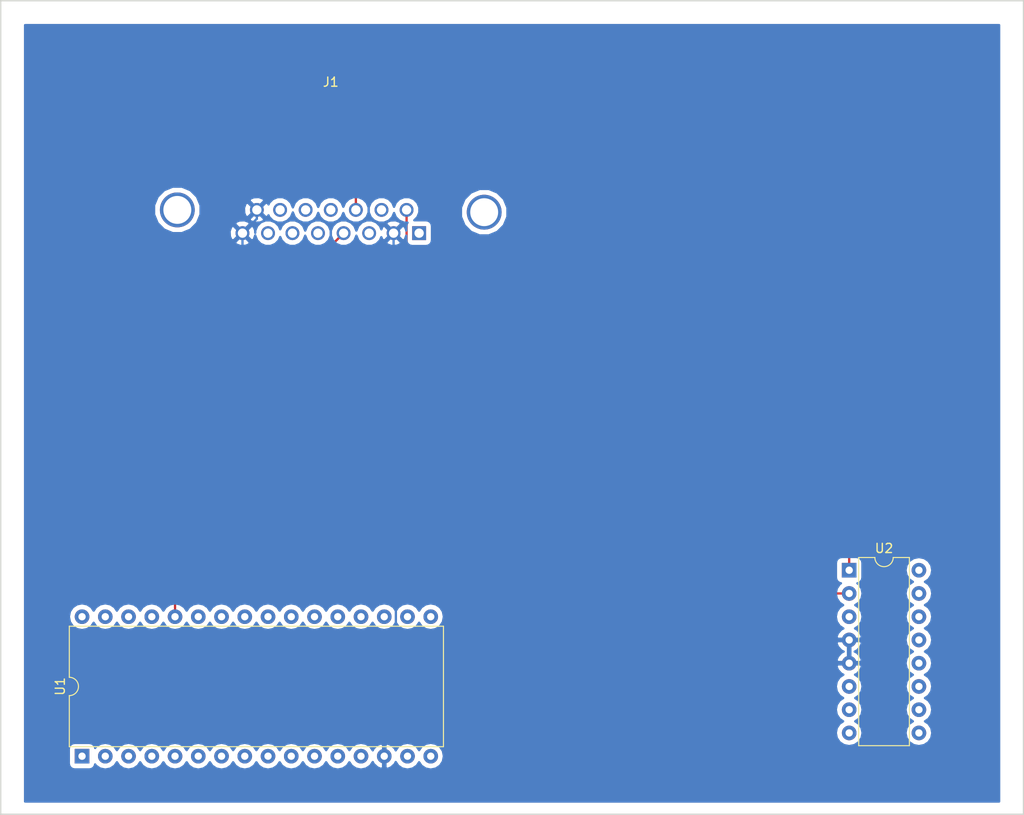
<source format=kicad_pcb>
(kicad_pcb (version 4) (host pcbnew 4.0.6)

  (general
    (links 17)
    (no_connects 0)
    (area 0 0 0 0)
    (thickness 1.6)
    (drawings 4)
    (tracks 62)
    (zones 0)
    (modules 3)
    (nets 45)
  )

  (page A4)
  (title_block
    (title "IoT ESP8266 WiFi Motor Control")
  )

  (layers
    (0 F.Cu signal)
    (1 In1.Cu signal)
    (2 In2.Cu signal)
    (3 In3.Cu signal)
    (4 In4.Cu signal)
    (31 B.Cu signal)
    (32 B.Adhes user)
    (33 F.Adhes user)
    (34 B.Paste user)
    (35 F.Paste user)
    (36 B.SilkS user)
    (37 F.SilkS user)
    (38 B.Mask user)
    (39 F.Mask user)
    (40 Dwgs.User user)
    (41 Cmts.User user)
    (42 Eco1.User user)
    (43 Eco2.User user)
    (44 Edge.Cuts user)
    (45 Margin user)
    (46 B.CrtYd user)
    (47 F.CrtYd user)
    (48 B.Fab user)
    (49 F.Fab user)
  )

  (setup
    (last_trace_width 0.25)
    (trace_clearance 0.25)
    (zone_clearance 0.508)
    (zone_45_only yes)
    (trace_min 0.25)
    (segment_width 0.2)
    (edge_width 0.15)
    (via_size 0.6)
    (via_drill 0.4)
    (via_min_size 0.4)
    (via_min_drill 0.3)
    (uvia_size 0.3)
    (uvia_drill 0.1)
    (uvias_allowed no)
    (uvia_min_size 0.2)
    (uvia_min_drill 0.1)
    (pcb_text_width 0.3)
    (pcb_text_size 1.5 1.5)
    (mod_edge_width 0.15)
    (mod_text_size 1 1)
    (mod_text_width 0.15)
    (pad_size 1.524 1.524)
    (pad_drill 0.762)
    (pad_to_mask_clearance 0.2)
    (aux_axis_origin 0 0)
    (visible_elements FFFFFF7F)
    (pcbplotparams
      (layerselection 0x00030_80000001)
      (usegerberextensions false)
      (excludeedgelayer true)
      (linewidth 0.100000)
      (plotframeref false)
      (viasonmask false)
      (mode 1)
      (useauxorigin false)
      (hpglpennumber 1)
      (hpglpenspeed 20)
      (hpglpendiameter 15)
      (hpglpenoverlay 2)
      (psnegative false)
      (psa4output false)
      (plotreference true)
      (plotvalue true)
      (plotinvisibletext false)
      (padsonsilk false)
      (subtractmaskfromsilk false)
      (outputformat 1)
      (mirror false)
      (drillshape 1)
      (scaleselection 1)
      (outputdirectory ""))
  )

  (net 0 "")
  (net 1 "Net-(J1-Pad11)")
  (net 2 "Net-(U2-Pad9)")
  (net 3 "Net-(J1-Pad9)")
  (net 4 "Net-(U2-Pad10)")
  (net 5 "Net-(J1-Pad12)")
  (net 6 "Net-(U2-Pad11)")
  (net 7 GND)
  (net 8 "Net-(U2-Pad12)")
  (net 9 "Net-(U2-Pad13)")
  (net 10 "Net-(J1-Pad13)")
  (net 11 "Net-(U2-Pad14)")
  (net 12 "Net-(J1-Pad10)")
  (net 13 "Net-(U2-Pad15)")
  (net 14 +6V)
  (net 15 VCC)
  (net 16 "Net-(J1-Pad6)")
  (net 17 "Net-(J1-Pad5)")
  (net 18 "Net-(J1-Pad4)")
  (net 19 "Net-(J1-Pad3)")
  (net 20 +5V)
  (net 21 "Net-(U1-Pad1)")
  (net 22 "Net-(U1-Pad17)")
  (net 23 "Net-(U1-Pad2)")
  (net 24 "Net-(U1-Pad18)")
  (net 25 "Net-(U1-Pad3)")
  (net 26 "Net-(U1-Pad19)")
  (net 27 "Net-(U1-Pad4)")
  (net 28 "Net-(U1-Pad20)")
  (net 29 "Net-(U1-Pad5)")
  (net 30 "Net-(U1-Pad21)")
  (net 31 "Net-(U1-Pad6)")
  (net 32 "Net-(U1-Pad22)")
  (net 33 "Net-(U1-Pad7)")
  (net 34 "Net-(U1-Pad8)")
  (net 35 "Net-(U1-Pad24)")
  (net 36 "Net-(U1-Pad9)")
  (net 37 "Net-(U1-Pad10)")
  (net 38 "Net-(U1-Pad26)")
  (net 39 "Net-(U1-Pad11)")
  (net 40 "Net-(U1-Pad12)")
  (net 41 "Net-(U1-Pad13)")
  (net 42 "Net-(U1-Pad29)")
  (net 43 "Net-(U1-Pad30)")
  (net 44 "Net-(U1-Pad16)")

  (net_class Default "This is the default net class."
    (clearance 0.25)
    (trace_width 0.25)
    (via_dia 0.6)
    (via_drill 0.4)
    (uvia_dia 0.3)
    (uvia_drill 0.1)
    (add_net +5V)
    (add_net +6V)
    (add_net GND)
    (add_net "Net-(J1-Pad10)")
    (add_net "Net-(J1-Pad11)")
    (add_net "Net-(J1-Pad12)")
    (add_net "Net-(J1-Pad13)")
    (add_net "Net-(J1-Pad3)")
    (add_net "Net-(J1-Pad4)")
    (add_net "Net-(J1-Pad5)")
    (add_net "Net-(J1-Pad6)")
    (add_net "Net-(J1-Pad9)")
    (add_net "Net-(U1-Pad1)")
    (add_net "Net-(U1-Pad10)")
    (add_net "Net-(U1-Pad11)")
    (add_net "Net-(U1-Pad12)")
    (add_net "Net-(U1-Pad13)")
    (add_net "Net-(U1-Pad16)")
    (add_net "Net-(U1-Pad17)")
    (add_net "Net-(U1-Pad18)")
    (add_net "Net-(U1-Pad19)")
    (add_net "Net-(U1-Pad2)")
    (add_net "Net-(U1-Pad20)")
    (add_net "Net-(U1-Pad21)")
    (add_net "Net-(U1-Pad22)")
    (add_net "Net-(U1-Pad24)")
    (add_net "Net-(U1-Pad26)")
    (add_net "Net-(U1-Pad29)")
    (add_net "Net-(U1-Pad3)")
    (add_net "Net-(U1-Pad30)")
    (add_net "Net-(U1-Pad4)")
    (add_net "Net-(U1-Pad5)")
    (add_net "Net-(U1-Pad6)")
    (add_net "Net-(U1-Pad7)")
    (add_net "Net-(U1-Pad8)")
    (add_net "Net-(U1-Pad9)")
    (add_net "Net-(U2-Pad10)")
    (add_net "Net-(U2-Pad11)")
    (add_net "Net-(U2-Pad12)")
    (add_net "Net-(U2-Pad13)")
    (add_net "Net-(U2-Pad14)")
    (add_net "Net-(U2-Pad15)")
    (add_net "Net-(U2-Pad9)")
    (add_net VCC)
  )

  (module Connectors:DB15MC (layer F.Cu) (tedit 0) (tstamp 598793E6)
    (at 140.97 86.36)
    (descr "Connecteur DB15 MALE couche")
    (tags "CONN DB15")
    (path /5980F742)
    (fp_text reference J1 (at -9.65 -16.51) (layer F.SilkS)
      (effects (font (size 1 1) (thickness 0.15)))
    )
    (fp_text value Connector (at -9.65 -7.62) (layer F.Fab)
      (effects (font (size 1 1) (thickness 0.15)))
    )
    (fp_line (start 10.16 -12.7) (end -29.46 -12.7) (layer F.Fab) (width 0.1))
    (fp_line (start 10.16 -13.97) (end -29.46 -13.97) (layer F.Fab) (width 0.1))
    (fp_line (start 3.81 -9.53) (end -23.11 -9.53) (layer F.Fab) (width 0.1))
    (fp_line (start -23.11 -19.68) (end 3.81 -19.68) (layer F.Fab) (width 0.1))
    (fp_line (start 3.81 -13.97) (end 3.81 -19.68) (layer F.Fab) (width 0.1))
    (fp_line (start 3.81 -9.53) (end 3.81 -12.7) (layer F.Fab) (width 0.1))
    (fp_line (start 4.45 -7.62) (end 4.45 -12.7) (layer F.Fab) (width 0.1))
    (fp_line (start 2.79 -7.62) (end 10.16 -7.62) (layer F.Fab) (width 0.1))
    (fp_line (start 2.79 1.27) (end 2.79 -7.62) (layer F.Fab) (width 0.1))
    (fp_line (start 10.16 1.27) (end 2.79 1.27) (layer F.Fab) (width 0.1))
    (fp_line (start 10.16 1.27) (end 10.16 -13.97) (layer F.Fab) (width 0.1))
    (fp_line (start -23.75 -12.7) (end -23.75 -7.62) (layer F.Fab) (width 0.1))
    (fp_line (start -21.84 -7.62) (end -21.84 1.27) (layer F.Fab) (width 0.1))
    (fp_line (start -29.46 1.27) (end -29.46 -12.7) (layer F.Fab) (width 0.1))
    (fp_line (start -29.46 -7.62) (end -21.84 -7.62) (layer F.Fab) (width 0.1))
    (fp_line (start -23.11 -9.53) (end -23.11 -12.7) (layer F.Fab) (width 0.1))
    (fp_line (start -23.11 -19.68) (end -23.11 -13.97) (layer F.Fab) (width 0.1))
    (fp_line (start -29.46 -13.97) (end -29.46 -12.7) (layer F.Fab) (width 0.1))
    (fp_line (start -29.46 1.27) (end -21.84 1.27) (layer F.Fab) (width 0.1))
    (fp_line (start -29.71 -19.93) (end 10.41 -19.93) (layer F.CrtYd) (width 0.05))
    (fp_line (start -29.71 -19.93) (end -29.71 1.52) (layer F.CrtYd) (width 0.05))
    (fp_line (start 10.41 1.52) (end 10.41 -19.93) (layer F.CrtYd) (width 0.05))
    (fp_line (start 10.41 1.52) (end -29.71 1.52) (layer F.CrtYd) (width 0.05))
    (pad "" thru_hole circle (at 7.11 -2.29) (size 3.81 3.81) (drill 3.05) (layers *.Cu *.Mask))
    (pad "" thru_hole circle (at -26.42 -2.54) (size 3.81 3.81) (drill 3.05) (layers *.Cu *.Mask))
    (pad 8 thru_hole circle (at -19.3 0) (size 1.52 1.52) (drill 1.02) (layers *.Cu *.Mask)
      (net 7 GND))
    (pad 7 thru_hole circle (at -16.51 0) (size 1.52 1.52) (drill 1.02) (layers *.Cu *.Mask)
      (net 15 VCC))
    (pad 6 thru_hole circle (at -13.84 0) (size 1.52 1.52) (drill 1.02) (layers *.Cu *.Mask)
      (net 16 "Net-(J1-Pad6)"))
    (pad 5 thru_hole circle (at -11.05 0) (size 1.52 1.52) (drill 1.02) (layers *.Cu *.Mask)
      (net 17 "Net-(J1-Pad5)"))
    (pad 4 thru_hole circle (at -8.25 0) (size 1.52 1.52) (drill 1.02) (layers *.Cu *.Mask)
      (net 18 "Net-(J1-Pad4)"))
    (pad 3 thru_hole circle (at -5.46 0) (size 1.52 1.52) (drill 1.02) (layers *.Cu *.Mask)
      (net 19 "Net-(J1-Pad3)"))
    (pad 2 thru_hole circle (at -2.79 0) (size 1.52 1.52) (drill 1.02) (layers *.Cu *.Mask)
      (net 7 GND))
    (pad 1 thru_hole rect (at 0 0) (size 1.52 1.52) (drill 1.02) (layers *.Cu *.Mask)
      (net 20 +5V))
    (pad 15 thru_hole circle (at -17.73 -2.54) (size 1.52 1.52) (drill 1.02) (layers *.Cu *.Mask)
      (net 7 GND))
    (pad 14 thru_hole circle (at -15.19 -2.54) (size 1.52 1.52) (drill 1.02) (layers *.Cu *.Mask)
      (net 14 +6V))
    (pad 13 thru_hole circle (at -12.4 -2.54) (size 1.52 1.52) (drill 1.02) (layers *.Cu *.Mask)
      (net 10 "Net-(J1-Pad13)"))
    (pad 12 thru_hole circle (at -9.65 -2.54) (size 1.52 1.52) (drill 1.02) (layers *.Cu *.Mask)
      (net 5 "Net-(J1-Pad12)"))
    (pad 11 thru_hole circle (at -6.91 -2.54) (size 1.52 1.52) (drill 1.02) (layers *.Cu *.Mask)
      (net 1 "Net-(J1-Pad11)"))
    (pad 10 thru_hole circle (at -4.11 -2.54) (size 1.52 1.52) (drill 1.02) (layers *.Cu *.Mask)
      (net 12 "Net-(J1-Pad10)"))
    (pad 9 thru_hole circle (at -1.37 -2.54) (size 1.52 1.52) (drill 1.02) (layers *.Cu *.Mask)
      (net 3 "Net-(J1-Pad9)"))
    (model ${KISYS3DMOD}/Connectors.3dshapes/DB15MC.wrl
      (at (xyz -0.38 0.05 0))
      (scale (xyz 1 1 1))
      (rotate (xyz 0 0 0))
    )
  )

  (module Housings_DIP:DIP-16_W7.62mm (layer F.Cu) (tedit 58CC8E2D) (tstamp 59879375)
    (at 187.96 123.19)
    (descr "16-lead dip package, row spacing 7.62 mm (300 mils)")
    (tags "DIL DIP PDIP 2.54mm 7.62mm 300mil")
    (path /5980EC10)
    (fp_text reference U2 (at 3.81 -2.39) (layer F.SilkS)
      (effects (font (size 1 1) (thickness 0.15)))
    )
    (fp_text value L293D (at 3.81 20.17) (layer F.Fab)
      (effects (font (size 1 1) (thickness 0.15)))
    )
    (fp_text user %R (at 3.81 8.89) (layer F.Fab)
      (effects (font (size 1 1) (thickness 0.15)))
    )
    (fp_line (start 1.635 -1.27) (end 6.985 -1.27) (layer F.Fab) (width 0.1))
    (fp_line (start 6.985 -1.27) (end 6.985 19.05) (layer F.Fab) (width 0.1))
    (fp_line (start 6.985 19.05) (end 0.635 19.05) (layer F.Fab) (width 0.1))
    (fp_line (start 0.635 19.05) (end 0.635 -0.27) (layer F.Fab) (width 0.1))
    (fp_line (start 0.635 -0.27) (end 1.635 -1.27) (layer F.Fab) (width 0.1))
    (fp_line (start 2.81 -1.39) (end 1.04 -1.39) (layer F.SilkS) (width 0.12))
    (fp_line (start 1.04 -1.39) (end 1.04 19.17) (layer F.SilkS) (width 0.12))
    (fp_line (start 1.04 19.17) (end 6.58 19.17) (layer F.SilkS) (width 0.12))
    (fp_line (start 6.58 19.17) (end 6.58 -1.39) (layer F.SilkS) (width 0.12))
    (fp_line (start 6.58 -1.39) (end 4.81 -1.39) (layer F.SilkS) (width 0.12))
    (fp_line (start -1.1 -1.6) (end -1.1 19.3) (layer F.CrtYd) (width 0.05))
    (fp_line (start -1.1 19.3) (end 8.7 19.3) (layer F.CrtYd) (width 0.05))
    (fp_line (start 8.7 19.3) (end 8.7 -1.6) (layer F.CrtYd) (width 0.05))
    (fp_line (start 8.7 -1.6) (end -1.1 -1.6) (layer F.CrtYd) (width 0.05))
    (fp_arc (start 3.81 -1.39) (end 2.81 -1.39) (angle -180) (layer F.SilkS) (width 0.12))
    (pad 1 thru_hole rect (at 0 0) (size 1.6 1.6) (drill 0.8) (layers *.Cu *.Mask)
      (net 1 "Net-(J1-Pad11)"))
    (pad 9 thru_hole oval (at 7.62 17.78) (size 1.6 1.6) (drill 0.8) (layers *.Cu *.Mask)
      (net 2 "Net-(U2-Pad9)"))
    (pad 2 thru_hole oval (at 0 2.54) (size 1.6 1.6) (drill 0.8) (layers *.Cu *.Mask)
      (net 3 "Net-(J1-Pad9)"))
    (pad 10 thru_hole oval (at 7.62 15.24) (size 1.6 1.6) (drill 0.8) (layers *.Cu *.Mask)
      (net 4 "Net-(U2-Pad10)"))
    (pad 3 thru_hole oval (at 0 5.08) (size 1.6 1.6) (drill 0.8) (layers *.Cu *.Mask)
      (net 5 "Net-(J1-Pad12)"))
    (pad 11 thru_hole oval (at 7.62 12.7) (size 1.6 1.6) (drill 0.8) (layers *.Cu *.Mask)
      (net 6 "Net-(U2-Pad11)"))
    (pad 4 thru_hole oval (at 0 7.62) (size 1.6 1.6) (drill 0.8) (layers *.Cu *.Mask)
      (net 7 GND))
    (pad 12 thru_hole oval (at 7.62 10.16) (size 1.6 1.6) (drill 0.8) (layers *.Cu *.Mask)
      (net 8 "Net-(U2-Pad12)"))
    (pad 5 thru_hole oval (at 0 10.16) (size 1.6 1.6) (drill 0.8) (layers *.Cu *.Mask)
      (net 7 GND))
    (pad 13 thru_hole oval (at 7.62 7.62) (size 1.6 1.6) (drill 0.8) (layers *.Cu *.Mask)
      (net 9 "Net-(U2-Pad13)"))
    (pad 6 thru_hole oval (at 0 12.7) (size 1.6 1.6) (drill 0.8) (layers *.Cu *.Mask)
      (net 10 "Net-(J1-Pad13)"))
    (pad 14 thru_hole oval (at 7.62 5.08) (size 1.6 1.6) (drill 0.8) (layers *.Cu *.Mask)
      (net 11 "Net-(U2-Pad14)"))
    (pad 7 thru_hole oval (at 0 15.24) (size 1.6 1.6) (drill 0.8) (layers *.Cu *.Mask)
      (net 12 "Net-(J1-Pad10)"))
    (pad 15 thru_hole oval (at 7.62 2.54) (size 1.6 1.6) (drill 0.8) (layers *.Cu *.Mask)
      (net 13 "Net-(U2-Pad15)"))
    (pad 8 thru_hole oval (at 0 17.78) (size 1.6 1.6) (drill 0.8) (layers *.Cu *.Mask)
      (net 14 +6V))
    (pad 16 thru_hole oval (at 7.62 0) (size 1.6 1.6) (drill 0.8) (layers *.Cu *.Mask)
      (net 15 VCC))
    (model ${KISYS3DMOD}/Housings_DIP.3dshapes/DIP-16_W7.62mm.wrl
      (at (xyz 0 0 0))
      (scale (xyz 1 1 1))
      (rotate (xyz 0 0 0))
    )
  )

  (module Housings_DIP:DIP-32_W15.24mm (layer F.Cu) (tedit 58CC8E2F) (tstamp 5987940A)
    (at 104.14 143.51 90)
    (descr "32-lead dip package, row spacing 15.24 mm (600 mils)")
    (tags "DIL DIP PDIP 2.54mm 15.24mm 600mil")
    (path /5980F3C7)
    (fp_text reference U1 (at 7.62 -2.39 90) (layer F.SilkS)
      (effects (font (size 1 1) (thickness 0.15)))
    )
    (fp_text value NodeMCU (at 7.62 40.49 90) (layer F.Fab)
      (effects (font (size 1 1) (thickness 0.15)))
    )
    (fp_text user %R (at 7.62 19.05 90) (layer F.Fab)
      (effects (font (size 1 1) (thickness 0.15)))
    )
    (fp_line (start 1.255 -1.27) (end 14.985 -1.27) (layer F.Fab) (width 0.1))
    (fp_line (start 14.985 -1.27) (end 14.985 39.37) (layer F.Fab) (width 0.1))
    (fp_line (start 14.985 39.37) (end 0.255 39.37) (layer F.Fab) (width 0.1))
    (fp_line (start 0.255 39.37) (end 0.255 -0.27) (layer F.Fab) (width 0.1))
    (fp_line (start 0.255 -0.27) (end 1.255 -1.27) (layer F.Fab) (width 0.1))
    (fp_line (start 6.62 -1.39) (end 1.04 -1.39) (layer F.SilkS) (width 0.12))
    (fp_line (start 1.04 -1.39) (end 1.04 39.49) (layer F.SilkS) (width 0.12))
    (fp_line (start 1.04 39.49) (end 14.2 39.49) (layer F.SilkS) (width 0.12))
    (fp_line (start 14.2 39.49) (end 14.2 -1.39) (layer F.SilkS) (width 0.12))
    (fp_line (start 14.2 -1.39) (end 8.62 -1.39) (layer F.SilkS) (width 0.12))
    (fp_line (start -1.1 -1.6) (end -1.1 39.7) (layer F.CrtYd) (width 0.05))
    (fp_line (start -1.1 39.7) (end 16.3 39.7) (layer F.CrtYd) (width 0.05))
    (fp_line (start 16.3 39.7) (end 16.3 -1.6) (layer F.CrtYd) (width 0.05))
    (fp_line (start 16.3 -1.6) (end -1.1 -1.6) (layer F.CrtYd) (width 0.05))
    (fp_arc (start 7.62 -1.39) (end 6.62 -1.39) (angle -180) (layer F.SilkS) (width 0.12))
    (pad 1 thru_hole rect (at 0 0 90) (size 1.6 1.6) (drill 0.8) (layers *.Cu *.Mask)
      (net 21 "Net-(U1-Pad1)"))
    (pad 17 thru_hole oval (at 15.24 38.1 90) (size 1.6 1.6) (drill 0.8) (layers *.Cu *.Mask)
      (net 22 "Net-(U1-Pad17)"))
    (pad 2 thru_hole oval (at 0 2.54 90) (size 1.6 1.6) (drill 0.8) (layers *.Cu *.Mask)
      (net 23 "Net-(U1-Pad2)"))
    (pad 18 thru_hole oval (at 15.24 35.56 90) (size 1.6 1.6) (drill 0.8) (layers *.Cu *.Mask)
      (net 24 "Net-(U1-Pad18)"))
    (pad 3 thru_hole oval (at 0 5.08 90) (size 1.6 1.6) (drill 0.8) (layers *.Cu *.Mask)
      (net 25 "Net-(U1-Pad3)"))
    (pad 19 thru_hole oval (at 15.24 33.02 90) (size 1.6 1.6) (drill 0.8) (layers *.Cu *.Mask)
      (net 26 "Net-(U1-Pad19)"))
    (pad 4 thru_hole oval (at 0 7.62 90) (size 1.6 1.6) (drill 0.8) (layers *.Cu *.Mask)
      (net 27 "Net-(U1-Pad4)"))
    (pad 20 thru_hole oval (at 15.24 30.48 90) (size 1.6 1.6) (drill 0.8) (layers *.Cu *.Mask)
      (net 28 "Net-(U1-Pad20)"))
    (pad 5 thru_hole oval (at 0 10.16 90) (size 1.6 1.6) (drill 0.8) (layers *.Cu *.Mask)
      (net 29 "Net-(U1-Pad5)"))
    (pad 21 thru_hole oval (at 15.24 27.94 90) (size 1.6 1.6) (drill 0.8) (layers *.Cu *.Mask)
      (net 30 "Net-(U1-Pad21)"))
    (pad 6 thru_hole oval (at 0 12.7 90) (size 1.6 1.6) (drill 0.8) (layers *.Cu *.Mask)
      (net 31 "Net-(U1-Pad6)"))
    (pad 22 thru_hole oval (at 15.24 25.4 90) (size 1.6 1.6) (drill 0.8) (layers *.Cu *.Mask)
      (net 32 "Net-(U1-Pad22)"))
    (pad 7 thru_hole oval (at 0 15.24 90) (size 1.6 1.6) (drill 0.8) (layers *.Cu *.Mask)
      (net 33 "Net-(U1-Pad7)"))
    (pad 23 thru_hole oval (at 15.24 22.86 90) (size 1.6 1.6) (drill 0.8) (layers *.Cu *.Mask)
      (net 16 "Net-(J1-Pad6)"))
    (pad 8 thru_hole oval (at 0 17.78 90) (size 1.6 1.6) (drill 0.8) (layers *.Cu *.Mask)
      (net 34 "Net-(U1-Pad8)"))
    (pad 24 thru_hole oval (at 15.24 20.32 90) (size 1.6 1.6) (drill 0.8) (layers *.Cu *.Mask)
      (net 35 "Net-(U1-Pad24)"))
    (pad 9 thru_hole oval (at 0 20.32 90) (size 1.6 1.6) (drill 0.8) (layers *.Cu *.Mask)
      (net 36 "Net-(U1-Pad9)"))
    (pad 25 thru_hole oval (at 15.24 17.78 90) (size 1.6 1.6) (drill 0.8) (layers *.Cu *.Mask)
      (net 17 "Net-(J1-Pad5)"))
    (pad 10 thru_hole oval (at 0 22.86 90) (size 1.6 1.6) (drill 0.8) (layers *.Cu *.Mask)
      (net 37 "Net-(U1-Pad10)"))
    (pad 26 thru_hole oval (at 15.24 15.24 90) (size 1.6 1.6) (drill 0.8) (layers *.Cu *.Mask)
      (net 38 "Net-(U1-Pad26)"))
    (pad 11 thru_hole oval (at 0 25.4 90) (size 1.6 1.6) (drill 0.8) (layers *.Cu *.Mask)
      (net 39 "Net-(U1-Pad11)"))
    (pad 27 thru_hole oval (at 15.24 12.7 90) (size 1.6 1.6) (drill 0.8) (layers *.Cu *.Mask)
      (net 19 "Net-(J1-Pad3)"))
    (pad 12 thru_hole oval (at 0 27.94 90) (size 1.6 1.6) (drill 0.8) (layers *.Cu *.Mask)
      (net 40 "Net-(U1-Pad12)"))
    (pad 28 thru_hole oval (at 15.24 10.16 90) (size 1.6 1.6) (drill 0.8) (layers *.Cu *.Mask)
      (net 18 "Net-(J1-Pad4)"))
    (pad 13 thru_hole oval (at 0 30.48 90) (size 1.6 1.6) (drill 0.8) (layers *.Cu *.Mask)
      (net 41 "Net-(U1-Pad13)"))
    (pad 29 thru_hole oval (at 15.24 7.62 90) (size 1.6 1.6) (drill 0.8) (layers *.Cu *.Mask)
      (net 42 "Net-(U1-Pad29)"))
    (pad 14 thru_hole oval (at 0 33.02 90) (size 1.6 1.6) (drill 0.8) (layers *.Cu *.Mask)
      (net 7 GND))
    (pad 30 thru_hole oval (at 15.24 5.08 90) (size 1.6 1.6) (drill 0.8) (layers *.Cu *.Mask)
      (net 43 "Net-(U1-Pad30)"))
    (pad 15 thru_hole oval (at 0 35.56 90) (size 1.6 1.6) (drill 0.8) (layers *.Cu *.Mask)
      (net 20 +5V))
    (pad 31 thru_hole oval (at 15.24 2.54 90) (size 1.6 1.6) (drill 0.8) (layers *.Cu *.Mask))
    (pad 16 thru_hole oval (at 0 38.1 90) (size 1.6 1.6) (drill 0.8) (layers *.Cu *.Mask)
      (net 44 "Net-(U1-Pad16)"))
    (pad 32 thru_hole oval (at 15.24 0 90) (size 1.6 1.6) (drill 0.8) (layers *.Cu *.Mask))
    (model ${KISYS3DMOD}/Housings_DIP.3dshapes/DIP-32_W15.24mm.wrl
      (at (xyz 0 0 0))
      (scale (xyz 1 1 1))
      (rotate (xyz 0 0 0))
    )
  )

  (gr_line (start 95.25 60.96) (end 95.25 149.86) (angle 90) (layer Edge.Cuts) (width 0.15))
  (gr_line (start 207.01 60.96) (end 95.25 60.96) (angle 90) (layer Edge.Cuts) (width 0.15))
  (gr_line (start 207.01 149.86) (end 207.01 60.96) (angle 90) (layer Edge.Cuts) (width 0.15))
  (gr_line (start 95.25 149.86) (end 207.01 149.86) (angle 90) (layer Edge.Cuts) (width 0.15))

  (segment (start 134.06 83.82) (end 134.06 72.95) (width 0.25) (layer F.Cu) (net 1))
  (segment (start 187.96 76.2) (end 187.96 123.19) (width 0.25) (layer F.Cu) (net 1) (tstamp 59879685))
  (segment (start 182.88 71.12) (end 187.96 76.2) (width 0.25) (layer F.Cu) (net 1) (tstamp 59879680))
  (segment (start 135.89 71.12) (end 182.88 71.12) (width 0.25) (layer F.Cu) (net 1) (tstamp 5987967B))
  (segment (start 134.06 72.95) (end 135.89 71.12) (width 0.25) (layer F.Cu) (net 1) (tstamp 59879676))
  (segment (start 139.6 83.82) (end 139.6 97.69) (width 0.25) (layer F.Cu) (net 3))
  (segment (start 167.64 125.73) (end 187.96 125.73) (width 0.25) (layer F.Cu) (net 3) (tstamp 5987964D))
  (segment (start 139.6 97.69) (end 167.64 125.73) (width 0.25) (layer F.Cu) (net 3) (tstamp 59879646))
  (segment (start 131.32 83.82) (end 131.32 109.73) (width 0.25) (layer In2.Cu) (net 5))
  (segment (start 149.86 128.27) (end 187.96 128.27) (width 0.25) (layer In2.Cu) (net 5) (tstamp 598796AD))
  (segment (start 131.32 109.73) (end 149.86 128.27) (width 0.25) (layer In2.Cu) (net 5) (tstamp 598796A5))
  (segment (start 137.16 143.51) (end 137.16 130.81) (width 0.25) (layer B.Cu) (net 7))
  (segment (start 138.18 88.65) (end 138.18 86.36) (width 0.25) (layer B.Cu) (net 7) (tstamp 59879D41))
  (segment (start 138.43 88.9) (end 138.18 88.65) (width 0.25) (layer B.Cu) (net 7) (tstamp 59879D40))
  (segment (start 138.43 129.54) (end 138.43 88.9) (width 0.25) (layer B.Cu) (net 7) (tstamp 59879D38))
  (segment (start 137.16 130.81) (end 138.43 129.54) (width 0.25) (layer B.Cu) (net 7) (tstamp 59879D32))
  (segment (start 121.67 86.36) (end 121.67 91.19) (width 0.25) (layer B.Cu) (net 7))
  (segment (start 121.67 91.19) (end 123.19 92.71) (width 0.25) (layer B.Cu) (net 7) (tstamp 59879D14))
  (segment (start 123.19 92.71) (end 131.83 92.71) (width 0.25) (layer B.Cu) (net 7) (tstamp 59879D17))
  (segment (start 131.83 92.71) (end 138.18 86.36) (width 0.25) (layer B.Cu) (net 7) (tstamp 59879D1D))
  (segment (start 123.24 83.82) (end 123.24 84.79) (width 0.25) (layer B.Cu) (net 7))
  (segment (start 123.24 84.79) (end 121.67 86.36) (width 0.25) (layer B.Cu) (net 7) (tstamp 59879D10))
  (segment (start 187.96 133.35) (end 160.02 133.35) (width 0.25) (layer B.Cu) (net 7))
  (segment (start 137.16 144.78) (end 137.16 143.51) (width 0.25) (layer B.Cu) (net 7) (tstamp 59879CB6))
  (segment (start 138.43 146.05) (end 137.16 144.78) (width 0.25) (layer B.Cu) (net 7) (tstamp 59879CB3))
  (segment (start 151.13 146.05) (end 138.43 146.05) (width 0.25) (layer B.Cu) (net 7) (tstamp 59879CB1))
  (segment (start 160.02 133.35) (end 152.4 140.97) (width 0.25) (layer B.Cu) (net 7) (tstamp 59879CAB))
  (segment (start 152.4 140.97) (end 152.4 144.78) (width 0.25) (layer B.Cu) (net 7) (tstamp 59879E2B))
  (segment (start 152.4 144.78) (end 151.13 146.05) (width 0.25) (layer B.Cu) (net 7) (tstamp 59879E28))
  (segment (start 187.96 130.81) (end 187.96 133.35) (width 0.25) (layer B.Cu) (net 7))
  (segment (start 128.57 83.82) (end 128.57 76.5) (width 0.25) (layer In1.Cu) (net 10))
  (segment (start 182.88 135.89) (end 187.96 135.89) (width 0.25) (layer In1.Cu) (net 10) (tstamp 59879740))
  (segment (start 180.34 133.35) (end 182.88 135.89) (width 0.25) (layer In1.Cu) (net 10) (tstamp 5987973D))
  (segment (start 180.34 130.81) (end 180.34 133.35) (width 0.25) (layer In1.Cu) (net 10) (tstamp 5987973B))
  (segment (start 180.34 76.2) (end 180.34 130.81) (width 0.25) (layer In1.Cu) (net 10) (tstamp 59879734))
  (segment (start 179.07 74.93) (end 180.34 76.2) (width 0.25) (layer In1.Cu) (net 10) (tstamp 59879731))
  (segment (start 130.14 74.93) (end 179.07 74.93) (width 0.25) (layer In1.Cu) (net 10) (tstamp 59879730))
  (segment (start 128.57 76.5) (end 130.14 74.93) (width 0.25) (layer In1.Cu) (net 10) (tstamp 5987972D))
  (segment (start 136.86 83.82) (end 136.86 108.92) (width 0.25) (layer In1.Cu) (net 12))
  (segment (start 166.37 138.43) (end 187.96 138.43) (width 0.25) (layer In1.Cu) (net 12) (tstamp 5987965D))
  (segment (start 136.86 108.92) (end 166.37 138.43) (width 0.25) (layer In1.Cu) (net 12) (tstamp 59879653))
  (segment (start 125.78 83.82) (end 125.78 77.42) (width 0.25) (layer In3.Cu) (net 14))
  (segment (start 181.61 140.97) (end 187.96 140.97) (width 0.25) (layer In3.Cu) (net 14) (tstamp 59879ADB))
  (segment (start 177.8 137.16) (end 181.61 140.97) (width 0.25) (layer In3.Cu) (net 14) (tstamp 59879AD9))
  (segment (start 177.8 78.74) (end 177.8 137.16) (width 0.25) (layer In3.Cu) (net 14) (tstamp 59879AD5))
  (segment (start 175.26 76.2) (end 177.8 78.74) (width 0.25) (layer In3.Cu) (net 14) (tstamp 59879ACE))
  (segment (start 127 76.2) (end 175.26 76.2) (width 0.25) (layer In3.Cu) (net 14) (tstamp 59879AA5))
  (segment (start 125.78 77.42) (end 127 76.2) (width 0.25) (layer In3.Cu) (net 14) (tstamp 59879AA3))
  (segment (start 124.46 86.36) (end 124.46 96.52) (width 0.25) (layer In4.Cu) (net 15))
  (segment (start 195.58 104.14) (end 195.58 123.19) (width 0.25) (layer In4.Cu) (net 15) (tstamp 5987976D))
  (segment (start 190.5 99.06) (end 195.58 104.14) (width 0.25) (layer In4.Cu) (net 15) (tstamp 59879767))
  (segment (start 127 99.06) (end 190.5 99.06) (width 0.25) (layer In4.Cu) (net 15) (tstamp 59879760))
  (segment (start 124.46 96.52) (end 127 99.06) (width 0.25) (layer In4.Cu) (net 15) (tstamp 5987975B))
  (segment (start 127 128.27) (end 127 86.49) (width 0.25) (layer In3.Cu) (net 16))
  (segment (start 121.92 128.27) (end 121.92 94.36) (width 0.25) (layer In2.Cu) (net 17))
  (segment (start 121.92 94.36) (end 129.92 86.36) (width 0.25) (layer In2.Cu) (net 17) (tstamp 598795D6))
  (segment (start 114.3 128.27) (end 114.3 104.78) (width 0.25) (layer F.Cu) (net 18))
  (segment (start 114.3 104.78) (end 132.72 86.36) (width 0.25) (layer F.Cu) (net 18) (tstamp 598795C2))
  (segment (start 116.84 128.27) (end 116.84 105.03) (width 0.25) (layer In1.Cu) (net 19))
  (segment (start 116.84 105.03) (end 135.51 86.36) (width 0.25) (layer In1.Cu) (net 19) (tstamp 598795CE))
  (segment (start 140.97 86.36) (end 140.97 142.24) (width 0.25) (layer In3.Cu) (net 20))
  (segment (start 140.97 142.24) (end 139.7 143.51) (width 0.25) (layer In3.Cu) (net 20) (tstamp 59879CF7))

  (zone (net 7) (net_name GND) (layer B.Cu) (tstamp 59879E91) (hatch edge 0.508)
    (connect_pads (clearance 0.508))
    (min_thickness 0.254)
    (fill yes (arc_segments 16) (thermal_gap 0.508) (thermal_bridge_width 0.508))
    (polygon
      (pts
        (xy 204.47 148.59) (xy 97.79 148.59) (xy 97.79 63.5) (xy 204.47 63.5)
      )
    )
    (filled_polygon
      (pts
        (xy 204.343 148.463) (xy 97.917 148.463) (xy 97.917 142.71) (xy 102.69256 142.71) (xy 102.69256 144.31)
        (xy 102.736838 144.545317) (xy 102.87591 144.761441) (xy 103.08811 144.906431) (xy 103.34 144.95744) (xy 104.94 144.95744)
        (xy 105.175317 144.913162) (xy 105.391441 144.77409) (xy 105.536431 144.56189) (xy 105.567815 144.406911) (xy 105.665302 144.552811)
        (xy 106.130849 144.86388) (xy 106.68 144.973113) (xy 107.229151 144.86388) (xy 107.694698 144.552811) (xy 107.95 144.170725)
        (xy 108.205302 144.552811) (xy 108.670849 144.86388) (xy 109.22 144.973113) (xy 109.769151 144.86388) (xy 110.234698 144.552811)
        (xy 110.49 144.170725) (xy 110.745302 144.552811) (xy 111.210849 144.86388) (xy 111.76 144.973113) (xy 112.309151 144.86388)
        (xy 112.774698 144.552811) (xy 113.03 144.170725) (xy 113.285302 144.552811) (xy 113.750849 144.86388) (xy 114.3 144.973113)
        (xy 114.849151 144.86388) (xy 115.314698 144.552811) (xy 115.57 144.170725) (xy 115.825302 144.552811) (xy 116.290849 144.86388)
        (xy 116.84 144.973113) (xy 117.389151 144.86388) (xy 117.854698 144.552811) (xy 118.11 144.170725) (xy 118.365302 144.552811)
        (xy 118.830849 144.86388) (xy 119.38 144.973113) (xy 119.929151 144.86388) (xy 120.394698 144.552811) (xy 120.65 144.170725)
        (xy 120.905302 144.552811) (xy 121.370849 144.86388) (xy 121.92 144.973113) (xy 122.469151 144.86388) (xy 122.934698 144.552811)
        (xy 123.19 144.170725) (xy 123.445302 144.552811) (xy 123.910849 144.86388) (xy 124.46 144.973113) (xy 125.009151 144.86388)
        (xy 125.474698 144.552811) (xy 125.73 144.170725) (xy 125.985302 144.552811) (xy 126.450849 144.86388) (xy 127 144.973113)
        (xy 127.549151 144.86388) (xy 128.014698 144.552811) (xy 128.27 144.170725) (xy 128.525302 144.552811) (xy 128.990849 144.86388)
        (xy 129.54 144.973113) (xy 130.089151 144.86388) (xy 130.554698 144.552811) (xy 130.81 144.170725) (xy 131.065302 144.552811)
        (xy 131.530849 144.86388) (xy 132.08 144.973113) (xy 132.629151 144.86388) (xy 133.094698 144.552811) (xy 133.35 144.170725)
        (xy 133.605302 144.552811) (xy 134.070849 144.86388) (xy 134.62 144.973113) (xy 135.169151 144.86388) (xy 135.634698 144.552811)
        (xy 135.904986 144.148297) (xy 136.007611 144.365134) (xy 136.422577 144.741041) (xy 136.810961 144.901904) (xy 137.033 144.779915)
        (xy 137.033 143.637) (xy 137.013 143.637) (xy 137.013 143.383) (xy 137.033 143.383) (xy 137.033 142.240085)
        (xy 137.287 142.240085) (xy 137.287 143.383) (xy 137.307 143.383) (xy 137.307 143.637) (xy 137.287 143.637)
        (xy 137.287 144.779915) (xy 137.509039 144.901904) (xy 137.897423 144.741041) (xy 138.312389 144.365134) (xy 138.415014 144.148297)
        (xy 138.685302 144.552811) (xy 139.150849 144.86388) (xy 139.7 144.973113) (xy 140.249151 144.86388) (xy 140.714698 144.552811)
        (xy 140.97 144.170725) (xy 141.225302 144.552811) (xy 141.690849 144.86388) (xy 142.24 144.973113) (xy 142.789151 144.86388)
        (xy 143.254698 144.552811) (xy 143.565767 144.087264) (xy 143.675 143.538113) (xy 143.675 143.481887) (xy 143.565767 142.932736)
        (xy 143.254698 142.467189) (xy 142.789151 142.15612) (xy 142.24 142.046887) (xy 141.690849 142.15612) (xy 141.225302 142.467189)
        (xy 140.97 142.849275) (xy 140.714698 142.467189) (xy 140.249151 142.15612) (xy 139.7 142.046887) (xy 139.150849 142.15612)
        (xy 138.685302 142.467189) (xy 138.415014 142.871703) (xy 138.312389 142.654866) (xy 137.897423 142.278959) (xy 137.509039 142.118096)
        (xy 137.287 142.240085) (xy 137.033 142.240085) (xy 136.810961 142.118096) (xy 136.422577 142.278959) (xy 136.007611 142.654866)
        (xy 135.904986 142.871703) (xy 135.634698 142.467189) (xy 135.169151 142.15612) (xy 134.62 142.046887) (xy 134.070849 142.15612)
        (xy 133.605302 142.467189) (xy 133.35 142.849275) (xy 133.094698 142.467189) (xy 132.629151 142.15612) (xy 132.08 142.046887)
        (xy 131.530849 142.15612) (xy 131.065302 142.467189) (xy 130.81 142.849275) (xy 130.554698 142.467189) (xy 130.089151 142.15612)
        (xy 129.54 142.046887) (xy 128.990849 142.15612) (xy 128.525302 142.467189) (xy 128.27 142.849275) (xy 128.014698 142.467189)
        (xy 127.549151 142.15612) (xy 127 142.046887) (xy 126.450849 142.15612) (xy 125.985302 142.467189) (xy 125.73 142.849275)
        (xy 125.474698 142.467189) (xy 125.009151 142.15612) (xy 124.46 142.046887) (xy 123.910849 142.15612) (xy 123.445302 142.467189)
        (xy 123.19 142.849275) (xy 122.934698 142.467189) (xy 122.469151 142.15612) (xy 121.92 142.046887) (xy 121.370849 142.15612)
        (xy 120.905302 142.467189) (xy 120.65 142.849275) (xy 120.394698 142.467189) (xy 119.929151 142.15612) (xy 119.38 142.046887)
        (xy 118.830849 142.15612) (xy 118.365302 142.467189) (xy 118.11 142.849275) (xy 117.854698 142.467189) (xy 117.389151 142.15612)
        (xy 116.84 142.046887) (xy 116.290849 142.15612) (xy 115.825302 142.467189) (xy 115.57 142.849275) (xy 115.314698 142.467189)
        (xy 114.849151 142.15612) (xy 114.3 142.046887) (xy 113.750849 142.15612) (xy 113.285302 142.467189) (xy 113.03 142.849275)
        (xy 112.774698 142.467189) (xy 112.309151 142.15612) (xy 111.76 142.046887) (xy 111.210849 142.15612) (xy 110.745302 142.467189)
        (xy 110.49 142.849275) (xy 110.234698 142.467189) (xy 109.769151 142.15612) (xy 109.22 142.046887) (xy 108.670849 142.15612)
        (xy 108.205302 142.467189) (xy 107.95 142.849275) (xy 107.694698 142.467189) (xy 107.229151 142.15612) (xy 106.68 142.046887)
        (xy 106.130849 142.15612) (xy 105.665302 142.467189) (xy 105.568899 142.611465) (xy 105.543162 142.474683) (xy 105.40409 142.258559)
        (xy 105.19189 142.113569) (xy 104.94 142.06256) (xy 103.34 142.06256) (xy 103.104683 142.106838) (xy 102.888559 142.24591)
        (xy 102.743569 142.45811) (xy 102.69256 142.71) (xy 97.917 142.71) (xy 97.917 135.89) (xy 186.496887 135.89)
        (xy 186.60612 136.439151) (xy 186.917189 136.904698) (xy 187.299275 137.16) (xy 186.917189 137.415302) (xy 186.60612 137.880849)
        (xy 186.496887 138.43) (xy 186.60612 138.979151) (xy 186.917189 139.444698) (xy 187.299275 139.7) (xy 186.917189 139.955302)
        (xy 186.60612 140.420849) (xy 186.496887 140.97) (xy 186.60612 141.519151) (xy 186.917189 141.984698) (xy 187.382736 142.295767)
        (xy 187.931887 142.405) (xy 187.988113 142.405) (xy 188.537264 142.295767) (xy 189.002811 141.984698) (xy 189.31388 141.519151)
        (xy 189.423113 140.97) (xy 189.31388 140.420849) (xy 189.002811 139.955302) (xy 188.620725 139.7) (xy 189.002811 139.444698)
        (xy 189.31388 138.979151) (xy 189.423113 138.43) (xy 189.31388 137.880849) (xy 189.002811 137.415302) (xy 188.620725 137.16)
        (xy 189.002811 136.904698) (xy 189.31388 136.439151) (xy 189.423113 135.89) (xy 189.31388 135.340849) (xy 189.002811 134.875302)
        (xy 188.598297 134.605014) (xy 188.815134 134.502389) (xy 189.191041 134.087423) (xy 189.351904 133.699039) (xy 189.229915 133.477)
        (xy 188.087 133.477) (xy 188.087 133.497) (xy 187.833 133.497) (xy 187.833 133.477) (xy 186.690085 133.477)
        (xy 186.568096 133.699039) (xy 186.728959 134.087423) (xy 187.104866 134.502389) (xy 187.321703 134.605014) (xy 186.917189 134.875302)
        (xy 186.60612 135.340849) (xy 186.496887 135.89) (xy 97.917 135.89) (xy 97.917 131.159039) (xy 186.568096 131.159039)
        (xy 186.728959 131.547423) (xy 187.104866 131.962389) (xy 187.353367 132.08) (xy 187.104866 132.197611) (xy 186.728959 132.612577)
        (xy 186.568096 133.000961) (xy 186.690085 133.223) (xy 187.833 133.223) (xy 187.833 130.937) (xy 188.087 130.937)
        (xy 188.087 133.223) (xy 189.229915 133.223) (xy 189.351904 133.000961) (xy 189.191041 132.612577) (xy 188.815134 132.197611)
        (xy 188.566633 132.08) (xy 188.815134 131.962389) (xy 189.191041 131.547423) (xy 189.351904 131.159039) (xy 189.229915 130.937)
        (xy 188.087 130.937) (xy 187.833 130.937) (xy 186.690085 130.937) (xy 186.568096 131.159039) (xy 97.917 131.159039)
        (xy 97.917 128.241887) (xy 102.705 128.241887) (xy 102.705 128.298113) (xy 102.814233 128.847264) (xy 103.125302 129.312811)
        (xy 103.590849 129.62388) (xy 104.14 129.733113) (xy 104.689151 129.62388) (xy 105.154698 129.312811) (xy 105.41 128.930725)
        (xy 105.665302 129.312811) (xy 106.130849 129.62388) (xy 106.68 129.733113) (xy 107.229151 129.62388) (xy 107.694698 129.312811)
        (xy 107.95 128.930725) (xy 108.205302 129.312811) (xy 108.670849 129.62388) (xy 109.22 129.733113) (xy 109.769151 129.62388)
        (xy 110.234698 129.312811) (xy 110.49 128.930725) (xy 110.745302 129.312811) (xy 111.210849 129.62388) (xy 111.76 129.733113)
        (xy 112.309151 129.62388) (xy 112.774698 129.312811) (xy 113.03 128.930725) (xy 113.285302 129.312811) (xy 113.750849 129.62388)
        (xy 114.3 129.733113) (xy 114.849151 129.62388) (xy 115.314698 129.312811) (xy 115.57 128.930725) (xy 115.825302 129.312811)
        (xy 116.290849 129.62388) (xy 116.84 129.733113) (xy 117.389151 129.62388) (xy 117.854698 129.312811) (xy 118.11 128.930725)
        (xy 118.365302 129.312811) (xy 118.830849 129.62388) (xy 119.38 129.733113) (xy 119.929151 129.62388) (xy 120.394698 129.312811)
        (xy 120.65 128.930725) (xy 120.905302 129.312811) (xy 121.370849 129.62388) (xy 121.92 129.733113) (xy 122.469151 129.62388)
        (xy 122.934698 129.312811) (xy 123.19 128.930725) (xy 123.445302 129.312811) (xy 123.910849 129.62388) (xy 124.46 129.733113)
        (xy 125.009151 129.62388) (xy 125.474698 129.312811) (xy 125.73 128.930725) (xy 125.985302 129.312811) (xy 126.450849 129.62388)
        (xy 127 129.733113) (xy 127.549151 129.62388) (xy 128.014698 129.312811) (xy 128.27 128.930725) (xy 128.525302 129.312811)
        (xy 128.990849 129.62388) (xy 129.54 129.733113) (xy 130.089151 129.62388) (xy 130.554698 129.312811) (xy 130.81 128.930725)
        (xy 131.065302 129.312811) (xy 131.530849 129.62388) (xy 132.08 129.733113) (xy 132.629151 129.62388) (xy 133.094698 129.312811)
        (xy 133.35 128.930725) (xy 133.605302 129.312811) (xy 134.070849 129.62388) (xy 134.62 129.733113) (xy 135.169151 129.62388)
        (xy 135.634698 129.312811) (xy 135.89 128.930725) (xy 136.145302 129.312811) (xy 136.610849 129.62388) (xy 137.16 129.733113)
        (xy 137.709151 129.62388) (xy 138.174698 129.312811) (xy 138.43 128.930725) (xy 138.685302 129.312811) (xy 139.150849 129.62388)
        (xy 139.7 129.733113) (xy 140.249151 129.62388) (xy 140.714698 129.312811) (xy 140.97 128.930725) (xy 141.225302 129.312811)
        (xy 141.690849 129.62388) (xy 142.24 129.733113) (xy 142.789151 129.62388) (xy 143.254698 129.312811) (xy 143.565767 128.847264)
        (xy 143.675 128.298113) (xy 143.675 128.241887) (xy 143.565767 127.692736) (xy 143.254698 127.227189) (xy 142.789151 126.91612)
        (xy 142.24 126.806887) (xy 141.690849 126.91612) (xy 141.225302 127.227189) (xy 140.97 127.609275) (xy 140.714698 127.227189)
        (xy 140.249151 126.91612) (xy 139.7 126.806887) (xy 139.150849 126.91612) (xy 138.685302 127.227189) (xy 138.43 127.609275)
        (xy 138.174698 127.227189) (xy 137.709151 126.91612) (xy 137.16 126.806887) (xy 136.610849 126.91612) (xy 136.145302 127.227189)
        (xy 135.89 127.609275) (xy 135.634698 127.227189) (xy 135.169151 126.91612) (xy 134.62 126.806887) (xy 134.070849 126.91612)
        (xy 133.605302 127.227189) (xy 133.35 127.609275) (xy 133.094698 127.227189) (xy 132.629151 126.91612) (xy 132.08 126.806887)
        (xy 131.530849 126.91612) (xy 131.065302 127.227189) (xy 130.81 127.609275) (xy 130.554698 127.227189) (xy 130.089151 126.91612)
        (xy 129.54 126.806887) (xy 128.990849 126.91612) (xy 128.525302 127.227189) (xy 128.27 127.609275) (xy 128.014698 127.227189)
        (xy 127.549151 126.91612) (xy 127 126.806887) (xy 126.450849 126.91612) (xy 125.985302 127.227189) (xy 125.73 127.609275)
        (xy 125.474698 127.227189) (xy 125.009151 126.91612) (xy 124.46 126.806887) (xy 123.910849 126.91612) (xy 123.445302 127.227189)
        (xy 123.19 127.609275) (xy 122.934698 127.227189) (xy 122.469151 126.91612) (xy 121.92 126.806887) (xy 121.370849 126.91612)
        (xy 120.905302 127.227189) (xy 120.65 127.609275) (xy 120.394698 127.227189) (xy 119.929151 126.91612) (xy 119.38 126.806887)
        (xy 118.830849 126.91612) (xy 118.365302 127.227189) (xy 118.11 127.609275) (xy 117.854698 127.227189) (xy 117.389151 126.91612)
        (xy 116.84 126.806887) (xy 116.290849 126.91612) (xy 115.825302 127.227189) (xy 115.57 127.609275) (xy 115.314698 127.227189)
        (xy 114.849151 126.91612) (xy 114.3 126.806887) (xy 113.750849 126.91612) (xy 113.285302 127.227189) (xy 113.03 127.609275)
        (xy 112.774698 127.227189) (xy 112.309151 126.91612) (xy 111.76 126.806887) (xy 111.210849 126.91612) (xy 110.745302 127.227189)
        (xy 110.49 127.609275) (xy 110.234698 127.227189) (xy 109.769151 126.91612) (xy 109.22 126.806887) (xy 108.670849 126.91612)
        (xy 108.205302 127.227189) (xy 107.95 127.609275) (xy 107.694698 127.227189) (xy 107.229151 126.91612) (xy 106.68 126.806887)
        (xy 106.130849 126.91612) (xy 105.665302 127.227189) (xy 105.41 127.609275) (xy 105.154698 127.227189) (xy 104.689151 126.91612)
        (xy 104.14 126.806887) (xy 103.590849 126.91612) (xy 103.125302 127.227189) (xy 102.814233 127.692736) (xy 102.705 128.241887)
        (xy 97.917 128.241887) (xy 97.917 125.73) (xy 186.496887 125.73) (xy 186.60612 126.279151) (xy 186.917189 126.744698)
        (xy 187.299275 127) (xy 186.917189 127.255302) (xy 186.60612 127.720849) (xy 186.496887 128.27) (xy 186.60612 128.819151)
        (xy 186.917189 129.284698) (xy 187.321703 129.554986) (xy 187.104866 129.657611) (xy 186.728959 130.072577) (xy 186.568096 130.460961)
        (xy 186.690085 130.683) (xy 187.833 130.683) (xy 187.833 130.663) (xy 188.087 130.663) (xy 188.087 130.683)
        (xy 189.229915 130.683) (xy 189.351904 130.460961) (xy 189.191041 130.072577) (xy 188.815134 129.657611) (xy 188.598297 129.554986)
        (xy 189.002811 129.284698) (xy 189.31388 128.819151) (xy 189.423113 128.27) (xy 189.31388 127.720849) (xy 189.002811 127.255302)
        (xy 188.620725 127) (xy 189.002811 126.744698) (xy 189.31388 126.279151) (xy 189.423113 125.73) (xy 189.31388 125.180849)
        (xy 189.002811 124.715302) (xy 188.858535 124.618899) (xy 188.995317 124.593162) (xy 189.211441 124.45409) (xy 189.356431 124.24189)
        (xy 189.40744 123.99) (xy 189.40744 123.19) (xy 194.116887 123.19) (xy 194.22612 123.739151) (xy 194.537189 124.204698)
        (xy 194.919275 124.46) (xy 194.537189 124.715302) (xy 194.22612 125.180849) (xy 194.116887 125.73) (xy 194.22612 126.279151)
        (xy 194.537189 126.744698) (xy 194.919275 127) (xy 194.537189 127.255302) (xy 194.22612 127.720849) (xy 194.116887 128.27)
        (xy 194.22612 128.819151) (xy 194.537189 129.284698) (xy 194.919275 129.54) (xy 194.537189 129.795302) (xy 194.22612 130.260849)
        (xy 194.116887 130.81) (xy 194.22612 131.359151) (xy 194.537189 131.824698) (xy 194.919275 132.08) (xy 194.537189 132.335302)
        (xy 194.22612 132.800849) (xy 194.116887 133.35) (xy 194.22612 133.899151) (xy 194.537189 134.364698) (xy 194.919275 134.62)
        (xy 194.537189 134.875302) (xy 194.22612 135.340849) (xy 194.116887 135.89) (xy 194.22612 136.439151) (xy 194.537189 136.904698)
        (xy 194.919275 137.16) (xy 194.537189 137.415302) (xy 194.22612 137.880849) (xy 194.116887 138.43) (xy 194.22612 138.979151)
        (xy 194.537189 139.444698) (xy 194.919275 139.7) (xy 194.537189 139.955302) (xy 194.22612 140.420849) (xy 194.116887 140.97)
        (xy 194.22612 141.519151) (xy 194.537189 141.984698) (xy 195.002736 142.295767) (xy 195.551887 142.405) (xy 195.608113 142.405)
        (xy 196.157264 142.295767) (xy 196.622811 141.984698) (xy 196.93388 141.519151) (xy 197.043113 140.97) (xy 196.93388 140.420849)
        (xy 196.622811 139.955302) (xy 196.240725 139.7) (xy 196.622811 139.444698) (xy 196.93388 138.979151) (xy 197.043113 138.43)
        (xy 196.93388 137.880849) (xy 196.622811 137.415302) (xy 196.240725 137.16) (xy 196.622811 136.904698) (xy 196.93388 136.439151)
        (xy 197.043113 135.89) (xy 196.93388 135.340849) (xy 196.622811 134.875302) (xy 196.240725 134.62) (xy 196.622811 134.364698)
        (xy 196.93388 133.899151) (xy 197.043113 133.35) (xy 196.93388 132.800849) (xy 196.622811 132.335302) (xy 196.240725 132.08)
        (xy 196.622811 131.824698) (xy 196.93388 131.359151) (xy 197.043113 130.81) (xy 196.93388 130.260849) (xy 196.622811 129.795302)
        (xy 196.240725 129.54) (xy 196.622811 129.284698) (xy 196.93388 128.819151) (xy 197.043113 128.27) (xy 196.93388 127.720849)
        (xy 196.622811 127.255302) (xy 196.240725 127) (xy 196.622811 126.744698) (xy 196.93388 126.279151) (xy 197.043113 125.73)
        (xy 196.93388 125.180849) (xy 196.622811 124.715302) (xy 196.240725 124.46) (xy 196.622811 124.204698) (xy 196.93388 123.739151)
        (xy 197.043113 123.19) (xy 196.93388 122.640849) (xy 196.622811 122.175302) (xy 196.157264 121.864233) (xy 195.608113 121.755)
        (xy 195.551887 121.755) (xy 195.002736 121.864233) (xy 194.537189 122.175302) (xy 194.22612 122.640849) (xy 194.116887 123.19)
        (xy 189.40744 123.19) (xy 189.40744 122.39) (xy 189.363162 122.154683) (xy 189.22409 121.938559) (xy 189.01189 121.793569)
        (xy 188.76 121.74256) (xy 187.16 121.74256) (xy 186.924683 121.786838) (xy 186.708559 121.92591) (xy 186.563569 122.13811)
        (xy 186.51256 122.39) (xy 186.51256 123.99) (xy 186.556838 124.225317) (xy 186.69591 124.441441) (xy 186.90811 124.586431)
        (xy 187.063089 124.617815) (xy 186.917189 124.715302) (xy 186.60612 125.180849) (xy 186.496887 125.73) (xy 97.917 125.73)
        (xy 97.917 87.338764) (xy 120.870841 87.338764) (xy 120.940059 87.580742) (xy 121.46278 87.767155) (xy 122.017049 87.739341)
        (xy 122.399941 87.580742) (xy 122.469159 87.338764) (xy 121.67 86.539605) (xy 120.870841 87.338764) (xy 97.917 87.338764)
        (xy 97.917 84.323021) (xy 112.00956 84.323021) (xy 112.395437 85.256915) (xy 113.109327 85.972052) (xy 114.042546 86.359559)
        (xy 115.053021 86.36044) (xy 115.555596 86.15278) (xy 120.262845 86.15278) (xy 120.290659 86.707049) (xy 120.449258 87.089941)
        (xy 120.691236 87.159159) (xy 121.490395 86.36) (xy 121.849605 86.36) (xy 122.648764 87.159159) (xy 122.890742 87.089941)
        (xy 123.064788 86.601898) (xy 123.064758 86.636265) (xy 123.276687 87.149172) (xy 123.668764 87.541934) (xy 124.1813 87.754758)
        (xy 124.736265 87.755242) (xy 125.249172 87.543313) (xy 125.641934 87.151236) (xy 125.795114 86.782338) (xy 125.946687 87.149172)
        (xy 126.338764 87.541934) (xy 126.8513 87.754758) (xy 127.406265 87.755242) (xy 127.919172 87.543313) (xy 128.311934 87.151236)
        (xy 128.524758 86.6387) (xy 128.52476 86.63627) (xy 128.736687 87.149172) (xy 129.128764 87.541934) (xy 129.6413 87.754758)
        (xy 130.196265 87.755242) (xy 130.709172 87.543313) (xy 131.101934 87.151236) (xy 131.314758 86.6387) (xy 131.31476 86.636265)
        (xy 131.324758 86.636265) (xy 131.536687 87.149172) (xy 131.928764 87.541934) (xy 132.4413 87.754758) (xy 132.996265 87.755242)
        (xy 133.509172 87.543313) (xy 133.901934 87.151236) (xy 134.114758 86.6387) (xy 134.11476 86.63627) (xy 134.326687 87.149172)
        (xy 134.718764 87.541934) (xy 135.2313 87.754758) (xy 135.786265 87.755242) (xy 136.299172 87.543313) (xy 136.504078 87.338764)
        (xy 137.380841 87.338764) (xy 137.450059 87.580742) (xy 137.97278 87.767155) (xy 138.527049 87.739341) (xy 138.909941 87.580742)
        (xy 138.979159 87.338764) (xy 138.18 86.539605) (xy 137.380841 87.338764) (xy 136.504078 87.338764) (xy 136.691934 87.151236)
        (xy 136.838471 86.798336) (xy 136.959258 87.089941) (xy 137.201236 87.159159) (xy 138.000395 86.36) (xy 137.201236 85.560841)
        (xy 136.959258 85.630059) (xy 136.847395 85.943734) (xy 136.693313 85.570828) (xy 136.504052 85.381236) (xy 137.380841 85.381236)
        (xy 138.18 86.180395) (xy 138.979159 85.381236) (xy 138.909941 85.139258) (xy 138.38722 84.952845) (xy 137.832951 84.980659)
        (xy 137.450059 85.139258) (xy 137.380841 85.381236) (xy 136.504052 85.381236) (xy 136.301236 85.178066) (xy 135.7887 84.965242)
        (xy 135.233735 84.964758) (xy 134.720828 85.176687) (xy 134.328066 85.568764) (xy 134.115242 86.0813) (xy 134.11524 86.08373)
        (xy 133.903313 85.570828) (xy 133.511236 85.178066) (xy 132.9987 84.965242) (xy 132.443735 84.964758) (xy 131.930828 85.176687)
        (xy 131.538066 85.568764) (xy 131.325242 86.0813) (xy 131.324758 86.636265) (xy 131.31476 86.636265) (xy 131.315242 86.083735)
        (xy 131.103313 85.570828) (xy 130.711236 85.178066) (xy 130.1987 84.965242) (xy 129.643735 84.964758) (xy 129.130828 85.176687)
        (xy 128.738066 85.568764) (xy 128.525242 86.0813) (xy 128.52524 86.08373) (xy 128.313313 85.570828) (xy 127.921236 85.178066)
        (xy 127.4087 84.965242) (xy 126.853735 84.964758) (xy 126.340828 85.176687) (xy 125.948066 85.568764) (xy 125.794886 85.937662)
        (xy 125.643313 85.570828) (xy 125.251236 85.178066) (xy 124.7387 84.965242) (xy 124.183735 84.964758) (xy 123.670828 85.176687)
        (xy 123.278066 85.568764) (xy 123.065242 86.0813) (xy 123.065029 86.325576) (xy 123.049341 86.012951) (xy 122.890742 85.630059)
        (xy 122.648764 85.560841) (xy 121.849605 86.36) (xy 121.490395 86.36) (xy 120.691236 85.560841) (xy 120.449258 85.630059)
        (xy 120.262845 86.15278) (xy 115.555596 86.15278) (xy 115.986915 85.974563) (xy 116.581278 85.381236) (xy 120.870841 85.381236)
        (xy 121.67 86.180395) (xy 122.469159 85.381236) (xy 122.399941 85.139258) (xy 121.87722 84.952845) (xy 121.322951 84.980659)
        (xy 120.940059 85.139258) (xy 120.870841 85.381236) (xy 116.581278 85.381236) (xy 116.702052 85.260673) (xy 116.893853 84.798764)
        (xy 122.440841 84.798764) (xy 122.510059 85.040742) (xy 123.03278 85.227155) (xy 123.587049 85.199341) (xy 123.969941 85.040742)
        (xy 124.039159 84.798764) (xy 123.24 83.999605) (xy 122.440841 84.798764) (xy 116.893853 84.798764) (xy 117.089559 84.327454)
        (xy 117.090182 83.61278) (xy 121.832845 83.61278) (xy 121.860659 84.167049) (xy 122.019258 84.549941) (xy 122.261236 84.619159)
        (xy 123.060395 83.82) (xy 123.419605 83.82) (xy 124.218764 84.619159) (xy 124.460742 84.549941) (xy 124.512382 84.405138)
        (xy 124.596687 84.609172) (xy 124.988764 85.001934) (xy 125.5013 85.214758) (xy 126.056265 85.215242) (xy 126.569172 85.003313)
        (xy 126.961934 84.611236) (xy 127.174758 84.0987) (xy 127.17476 84.09627) (xy 127.386687 84.609172) (xy 127.778764 85.001934)
        (xy 128.2913 85.214758) (xy 128.846265 85.215242) (xy 129.359172 85.003313) (xy 129.751934 84.611236) (xy 129.945213 84.14577)
        (xy 130.136687 84.609172) (xy 130.528764 85.001934) (xy 131.0413 85.214758) (xy 131.596265 85.215242) (xy 132.109172 85.003313)
        (xy 132.501934 84.611236) (xy 132.690201 84.157841) (xy 132.876687 84.609172) (xy 133.268764 85.001934) (xy 133.7813 85.214758)
        (xy 134.336265 85.215242) (xy 134.849172 85.003313) (xy 135.241934 84.611236) (xy 135.454758 84.0987) (xy 135.45476 84.096265)
        (xy 135.464758 84.096265) (xy 135.676687 84.609172) (xy 136.068764 85.001934) (xy 136.5813 85.214758) (xy 137.136265 85.215242)
        (xy 137.649172 85.003313) (xy 138.041934 84.611236) (xy 138.230201 84.157841) (xy 138.416687 84.609172) (xy 138.808764 85.001934)
        (xy 139.3213 85.214758) (xy 139.704456 85.215092) (xy 139.613569 85.34811) (xy 139.56256 85.6) (xy 139.56256 86.077098)
        (xy 139.559341 86.012951) (xy 139.400742 85.630059) (xy 139.158764 85.560841) (xy 138.359605 86.36) (xy 139.158764 87.159159)
        (xy 139.400742 87.089941) (xy 139.56256 86.636187) (xy 139.56256 87.12) (xy 139.606838 87.355317) (xy 139.74591 87.571441)
        (xy 139.95811 87.716431) (xy 140.21 87.76744) (xy 141.73 87.76744) (xy 141.965317 87.723162) (xy 142.181441 87.58409)
        (xy 142.326431 87.37189) (xy 142.37744 87.12) (xy 142.37744 85.6) (xy 142.333162 85.364683) (xy 142.19409 85.148559)
        (xy 141.98189 85.003569) (xy 141.73 84.95256) (xy 140.440014 84.95256) (xy 140.781934 84.611236) (xy 140.797802 84.573021)
        (xy 145.53956 84.573021) (xy 145.925437 85.506915) (xy 146.639327 86.222052) (xy 147.572546 86.609559) (xy 148.583021 86.61044)
        (xy 149.516915 86.224563) (xy 150.232052 85.510673) (xy 150.619559 84.577454) (xy 150.62044 83.566979) (xy 150.234563 82.633085)
        (xy 149.520673 81.917948) (xy 148.587454 81.530441) (xy 147.576979 81.52956) (xy 146.643085 81.915437) (xy 145.927948 82.629327)
        (xy 145.540441 83.562546) (xy 145.53956 84.573021) (xy 140.797802 84.573021) (xy 140.994758 84.0987) (xy 140.995242 83.543735)
        (xy 140.783313 83.030828) (xy 140.391236 82.638066) (xy 139.8787 82.425242) (xy 139.323735 82.424758) (xy 138.810828 82.636687)
        (xy 138.418066 83.028764) (xy 138.229799 83.482159) (xy 138.043313 83.030828) (xy 137.651236 82.638066) (xy 137.1387 82.425242)
        (xy 136.583735 82.424758) (xy 136.070828 82.636687) (xy 135.678066 83.028764) (xy 135.465242 83.5413) (xy 135.464758 84.096265)
        (xy 135.45476 84.096265) (xy 135.455242 83.543735) (xy 135.243313 83.030828) (xy 134.851236 82.638066) (xy 134.3387 82.425242)
        (xy 133.783735 82.424758) (xy 133.270828 82.636687) (xy 132.878066 83.028764) (xy 132.689799 83.482159) (xy 132.503313 83.030828)
        (xy 132.111236 82.638066) (xy 131.5987 82.425242) (xy 131.043735 82.424758) (xy 130.530828 82.636687) (xy 130.138066 83.028764)
        (xy 129.944787 83.49423) (xy 129.753313 83.030828) (xy 129.361236 82.638066) (xy 128.8487 82.425242) (xy 128.293735 82.424758)
        (xy 127.780828 82.636687) (xy 127.388066 83.028764) (xy 127.175242 83.5413) (xy 127.17524 83.54373) (xy 126.963313 83.030828)
        (xy 126.571236 82.638066) (xy 126.0587 82.425242) (xy 125.503735 82.424758) (xy 124.990828 82.636687) (xy 124.598066 83.028764)
        (xy 124.516609 83.224934) (xy 124.460742 83.090059) (xy 124.218764 83.020841) (xy 123.419605 83.82) (xy 123.060395 83.82)
        (xy 122.261236 83.020841) (xy 122.019258 83.090059) (xy 121.832845 83.61278) (xy 117.090182 83.61278) (xy 117.09044 83.316979)
        (xy 116.893868 82.841236) (xy 122.440841 82.841236) (xy 123.24 83.640395) (xy 124.039159 82.841236) (xy 123.969941 82.599258)
        (xy 123.44722 82.412845) (xy 122.892951 82.440659) (xy 122.510059 82.599258) (xy 122.440841 82.841236) (xy 116.893868 82.841236)
        (xy 116.704563 82.383085) (xy 115.990673 81.667948) (xy 115.057454 81.280441) (xy 114.046979 81.27956) (xy 113.113085 81.665437)
        (xy 112.397948 82.379327) (xy 112.010441 83.312546) (xy 112.00956 84.323021) (xy 97.917 84.323021) (xy 97.917 63.627)
        (xy 204.343 63.627)
      )
    )
  )
)

</source>
